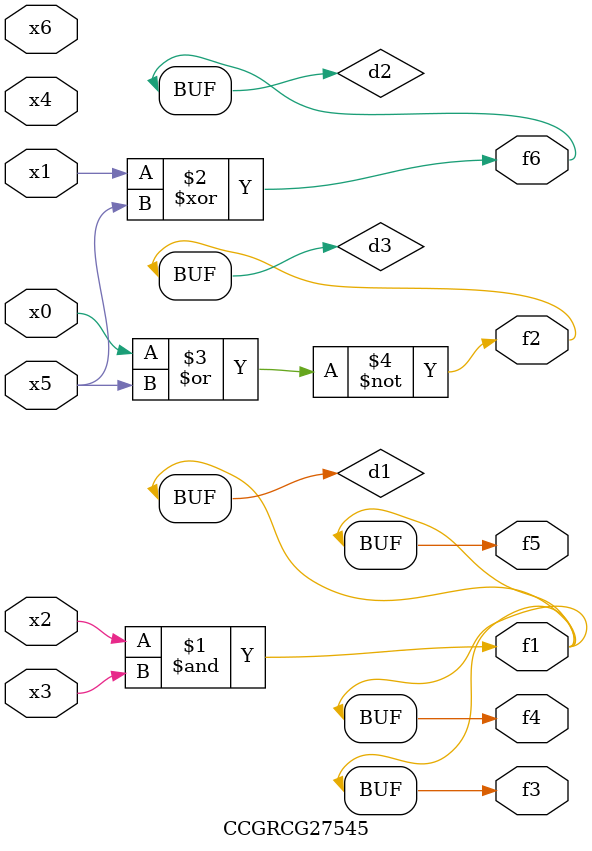
<source format=v>
module CCGRCG27545(
	input x0, x1, x2, x3, x4, x5, x6,
	output f1, f2, f3, f4, f5, f6
);

	wire d1, d2, d3;

	and (d1, x2, x3);
	xor (d2, x1, x5);
	nor (d3, x0, x5);
	assign f1 = d1;
	assign f2 = d3;
	assign f3 = d1;
	assign f4 = d1;
	assign f5 = d1;
	assign f6 = d2;
endmodule

</source>
